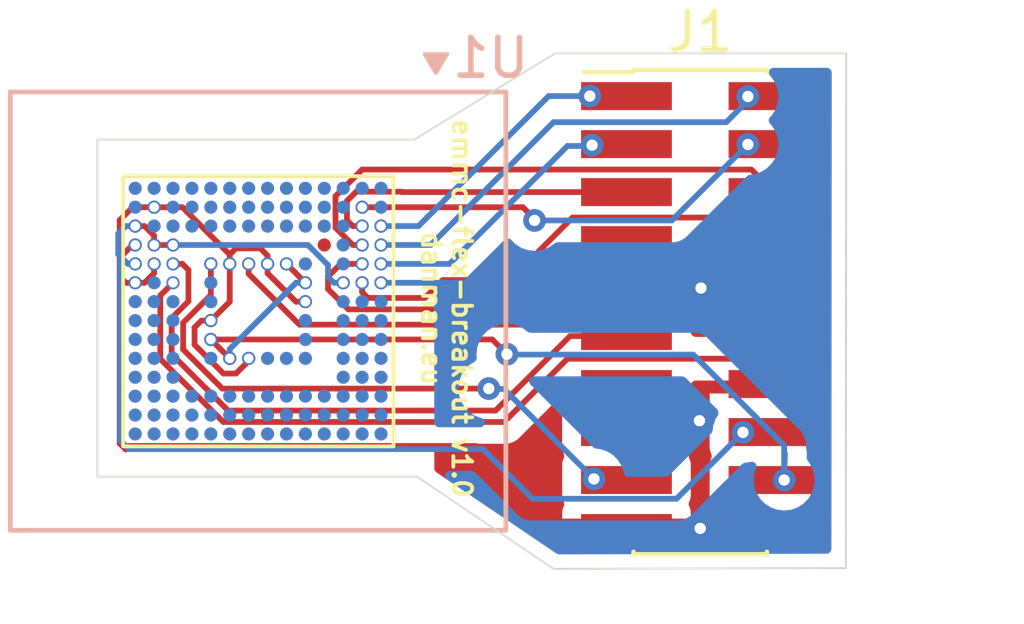
<source format=kicad_pcb>
(kicad_pcb (version 20240108) (generator "pcbnew") (generator_version "8.0")
  (layers (0 "F.Cu" signal) (31 "B.Cu" signal) (34 "B.Paste" user) (35 "F.Paste" user) (36 "B.SilkS" user "B.Silkscreen") (37 "F.SilkS" user "F.Silkscreen") (38 "B.Mask" user) (39 "F.Mask" user) (44 "Edge.Cuts" user))
  (net 0 "")
  (net 1 "/VDDI")
  (net 2 "GND")
  (net 3 "VCCI")
  (net 4 "VCCQ")
  (net 5 "DAT5")
  (net 6 "DAT0")
  (net 7 "DAT2")
  (net 8 "DAT1")
  (net 9 "DAT6")
  (net 10 "DAT3")
  (net 11 "DAT4")
  (net 14 "DAT7")
  (net 15 "DS")
  (net 16 "CLK")
  (net 17 "RST_N")
  (net 18 "CMD")
  (footprint "Connector_PinHeader_1.27mm:PinHeader_2x10_P1.27mm_Vertical_SMD" (layer "F.Cu") (at 163.54 96.555)
    (property "Reference" "J1" (at 0 -7.41 0) (layer "F.SilkS"))
    (property "Value" "Conn_02x10_Odd_Even")
    (fp_line (start -3.09 -6.345) (end -1.765 -6.345) (stroke (width 0.12)) (layer "F.SilkS"))
    (fp_line (start -1.765 -6.41) (end -1.765 -6.345) (stroke (width 0.12)) (layer "F.SilkS"))
    (fp_line (start -1.765 -6.41) (end 1.765 -6.41) (stroke (width 0.12)) (layer "F.SilkS"))
    (fp_line (start -1.765 6.345) (end -1.765 6.41) (stroke (width 0.12)) (layer "F.SilkS"))
    (fp_line (start -1.765 6.41) (end 1.765 6.41) (stroke (width 0.12)) (layer "F.SilkS"))
    (fp_line (start 1.765 -6.41) (end 1.765 -6.345) (stroke (width 0.12)) (layer "F.SilkS"))
    (fp_line (start 1.765 6.345) (end 1.765 6.41) (stroke (width 0.12)) (layer "F.SilkS"))
    (pad "1" smd rect (at -1.95 -5.715) (size 2.4 0.74) (layers "F.Cu" "F.Paste" "F.Mask") (net 6 "DAT0"))
    (pad "2" smd rect (at 1.95 -5.715) (size 2.4 0.74) (layers "F.Cu" "F.Paste" "F.Mask") (net 8 "DAT1"))
    (pad "3" smd rect (at -1.95 -4.445) (size 2.4 0.74) (layers "F.Cu" "F.Paste" "F.Mask") (net 7 "DAT2"))
    (pad "4" smd rect (at 1.95 -4.445) (size 2.4 0.74) (layers "F.Cu" "F.Paste" "F.Mask") (net 10 "DAT3"))
    (pad "5" smd rect (at -1.95 -3.175) (size 2.4 0.74) (layers "F.Cu" "F.Paste" "F.Mask") (net 11 "DAT4"))
    (pad "6" smd rect (at 1.95 -3.175) (size 2.4 0.74) (layers "F.Cu" "F.Paste" "F.Mask") (net 5 "DAT5"))
    (pad "7" smd rect (at -1.95 -1.905) (size 2.4 0.74) (layers "F.Cu" "F.Paste" "F.Mask") (net 9 "DAT6"))
    (pad "8" smd rect (at 1.95 -1.905) (size 2.4 0.74) (layers "F.Cu" "F.Paste" "F.Mask") (net 14 "DAT7"))
    (pad "9" smd rect (at -1.95 -0.635) (size 2.4 0.74) (layers "F.Cu" "F.Paste" "F.Mask") (net 15 "DS"))
    (pad "10" smd rect (at 1.95 -0.635) (size 2.4 0.74) (layers "F.Cu" "F.Paste" "F.Mask") (net 2 "GND"))
    (pad "11" smd rect (at -1.95 0.635) (size 2.4 0.74) (layers "F.Cu" "F.Paste" "F.Mask") (net 18 "CMD"))
    (pad "12" smd rect (at 1.95 0.635) (size 2.4 0.74) (layers "F.Cu" "F.Paste" "F.Mask") (net 16 "CLK"))
    (pad "13" smd rect (at -1.95 1.905) (size 2.4 0.74) (layers "F.Cu" "F.Paste" "F.Mask"))
    (pad "14" smd rect (at 1.95 1.905) (size 2.4 0.74) (layers "F.Cu" "F.Paste" "F.Mask") (net 2 "GND"))
    (pad "15" smd rect (at -1.95 3.175) (size 2.4 0.74) (layers "F.Cu" "F.Paste" "F.Mask"))
    (pad "16" smd rect (at 1.95 3.175) (size 2.4 0.74) (layers "F.Cu" "F.Paste" "F.Mask") (net 4 "VCCQ"))
    (pad "17" smd rect (at -1.95 4.445) (size 2.4 0.74) (layers "F.Cu" "F.Paste" "F.Mask") (net 17 "RST_N"))
    (pad "18" smd rect (at 1.95 4.445) (size 2.4 0.74) (layers "F.Cu" "F.Paste" "F.Mask") (net 3 "VCCI"))
    (pad "19" smd rect (at -1.95 5.715) (size 2.4 0.74) (layers "F.Cu" "F.Paste" "F.Mask") (net 2 "GND"))
    (pad "20" smd rect (at 1.95 5.715) (size 2.4 0.74) (layers "F.Cu" "F.Paste" "F.Mask") (net 2 "GND"))
  )
  (footprint "danman:WFBGA153-flipped" (layer "B.Cu") (at 151.85 96.03 90)
    (property "Reference" "U1" (at 6.2 6.15 0) (layer "B.SilkS") (effects (justify mirror)))
    (property "Value" "THGBMNG5D1LBAIL")
    (fp_line (start 5.3 -6.55) (end 5.3 6.55) (stroke (width 0.127)) (layer "B.SilkS"))
    (fp_line (start -6.3 -6.55) (end 5.3 -6.55) (stroke (width 0.127)) (layer "B.SilkS"))
    (fp_line (start -6.3 -6.55) (end -6.3 6.55) (stroke (width 0.127)) (layer "B.SilkS"))
    (fp_line (start -6.3 6.55) (end 5.3 6.55) (stroke (width 0.127)) (layer "B.SilkS"))
    (fp_poly (pts (xy 5.8 4.7) (xy 6.3 4.4) (xy 6.3 5)) (stroke (width 0.1)) (fill solid) (layer "B.SilkS"))
    (pad "A1" smd circle (at 2.75 3.25 90) (size 0.35 0.35) (layers "B.Cu" "B.Paste" "B.Mask"))
    (pad "A2" smd circle (at 2.25 3.25 90) (size 0.35 0.35) (layers "B.Cu" "B.Paste" "B.Mask"))
    (pad "A3" smd circle (at 1.75 3.25 90) (size 0.35 0.35) (layers "B.Cu" "B.Paste" "B.Mask") (net 6 "DAT0"))
    (pad "A4" smd circle (at 1.25 3.25 90) (size 0.35 0.35) (layers "B.Cu" "B.Paste" "B.Mask") (net 8 "DAT1"))
    (pad "A5" smd circle (at 0.75 3.25 90) (size 0.35 0.35) (layers "B.Cu" "B.Paste" "B.Mask") (net 7 "DAT2"))
    (pad "A6" smd circle (at 0.25 3.25 90) (size 0.35 0.35) (layers "B.Cu" "B.Paste" "B.Mask") (net 2 "GND"))
    (pad "A7" smd circle (at -0.25 3.25 90) (size 0.35 0.35) (layers "B.Cu" "B.Paste" "B.Mask"))
    (pad "A8" smd circle (at -0.75 3.25 90) (size 0.35 0.35) (layers "B.Cu" "B.Paste" "B.Mask"))
    (pad "A9" smd circle (at -1.25 3.25 90) (size 0.35 0.35) (layers "B.Cu" "B.Paste" "B.Mask"))
    (pad "A10" smd circle (at -1.75 3.25 90) (size 0.35 0.35) (layers "B.Cu" "B.Paste" "B.Mask"))
    (pad "A11" smd circle (at -2.25 3.25 90) (size 0.35 0.35) (layers "B.Cu" "B.Paste" "B.Mask"))
    (pad "A12" smd circle (at -2.75 3.25 90) (size 0.35 0.35) (layers "B.Cu" "B.Paste" "B.Mask"))
    (pad "A13" smd circle (at -3.25 3.25 90) (size 0.35 0.35) (layers "B.Cu" "B.Paste" "B.Mask"))
    (pad "A14" smd circle (at -3.75 3.25 90) (size 0.35 0.35) (layers "B.Cu" "B.Paste" "B.Mask"))
    (pad "B1" smd circle (at 2.75 2.75 90) (size 0.35 0.35) (layers "B.Cu" "B.Paste" "B.Mask"))
    (pad "B2" smd circle (at 2.25 2.75 90) (size 0.35 0.35) (layers "B.Cu" "B.Paste" "B.Mask") (net 10 "DAT3"))
    (pad "B3" smd circle (at 1.75 2.75 90) (size 0.35 0.35) (layers "B.Cu" "B.Paste" "B.Mask") (net 11 "DAT4"))
    (pad "B4" smd circle (at 1.25 2.75 90) (size 0.35 0.35) (layers "B.Cu" "B.Paste" "B.Mask") (net 5 "DAT5"))
    (pad "B5" smd circle (at 0.75 2.75 90) (size 0.35 0.35) (layers "B.Cu" "B.Paste" "B.Mask") (net 9 "DAT6"))
    (pad "B6" smd circle (at 0.25 2.75 90) (size 0.35 0.35) (layers "B.Cu" "B.Paste" "B.Mask") (net 14 "DAT7"))
    (pad "B7" smd circle (at -0.25 2.75 90) (size 0.35 0.35) (layers "B.Cu" "B.Paste" "B.Mask"))
    (pad "B8" smd circle (at -0.75 2.75 90) (size 0.35 0.35) (layers "B.Cu" "B.Paste" "B.Mask"))
    (pad "B9" smd circle (at -1.25 2.75 90) (size 0.35 0.35) (layers "B.Cu" "B.Paste" "B.Mask"))
    (pad "B10" smd circle (at -1.75 2.75 90) (size 0.35 0.35) (layers "B.Cu" "B.Paste" "B.Mask"))
    (pad "B11" smd circle (at -2.25 2.75 90) (size 0.35 0.35) (layers "B.Cu" "B.Paste" "B.Mask"))
    (pad "B12" smd circle (at -2.75 2.75 90) (size 0.35 0.35) (layers "B.Cu" "B.Paste" "B.Mask"))
    (pad "B13" smd circle (at -3.25 2.75 90) (size 0.35 0.35) (layers "B.Cu" "B.Paste" "B.Mask"))
    (pad "B14" smd circle (at -3.75 2.75 90) (size 0.35 0.35) (layers "B.Cu" "B.Paste" "B.Mask"))
    (pad "C1" smd circle (at 2.75 2.25 90) (size 0.35 0.35) (layers "B.Cu" "B.Paste"))
    (pad "C2" smd circle (at 2.25 2.25 90) (size 0.35 0.35) (layers "B.Cu" "B.Paste" "B.Mask") (net 1 "/VDDI"))
    (pad "C3" smd circle (at 1.75 2.25 90) (size 0.35 0.35) (layers "B.Cu" "B.Paste" "B.Mask"))
    (pad "C4" smd circle (at 1.25 2.25 90) (size 0.35 0.35) (layers "B.Cu" "B.Paste" "B.Mask") (net 2 "GND"))
    (pad "C5" smd circle (at 0.75 2.25 90) (size 0.35 0.35) (layers "B.Cu" "B.Paste" "B.Mask"))
    (pad "C6" smd circle (at 0.25 2.25 90) (size 0.35 0.35) (layers "B.Cu" "B.Paste" "B.Mask") (net 4 "VCCQ"))
    (pad "C7" smd circle (at -0.25 2.25 90) (size 0.35 0.35) (layers "B.Cu" "B.Paste" "B.Mask"))
    (pad "C8" smd circle (at -0.75 2.25 90) (size 0.35 0.35) (layers "B.Cu" "B.Paste" "B.Mask"))
    (pad "C9" smd circle (at -1.25 2.25 90) (size 0.35 0.35) (layers "B.Cu" "B.Paste" "B.Mask"))
    (pad "C10" smd circle (at -1.75 2.25 90) (size 0.35 0.35) (layers "B.Cu" "B.Paste" "B.Mask"))
    (pad "C11" smd circle (at -2.25 2.25 90) (size 0.35 0.35) (layers "B.Cu" "B.Paste" "B.Mask"))
    (pad "C12" smd circle (at -2.75 2.25 90) (size 0.35 0.35) (layers "B.Cu" "B.Paste" "B.Mask"))
    (pad "C13" smd circle (at -3.25 2.25 90) (size 0.35 0.35) (layers "B.Cu" "B.Paste" "B.Mask"))
    (pad "C14" smd circle (at -3.75 2.25 90) (size 0.35 0.35) (layers "B.Cu" "B.Paste" "B.Mask"))
    (pad "D1" smd circle (at 2.75 1.75 90) (size 0.35 0.35) (layers "B.Cu" "B.Paste" "B.Mask"))
    (pad "D2" smd circle (at 2.25 1.75 90) (size 0.35 0.35) (layers "B.Cu" "B.Paste" "B.Mask"))
    (pad "D3" smd circle (at 1.75 1.75 90) (size 0.35 0.35) (layers "B.Cu" "B.Paste" "B.Mask"))
    (pad "D4" smd circle (at 1.25 1.75 90) (size 0.35 0.35) (layers "F.Cu"))
    (pad "D12" smd circle (at -2.75 1.75 90) (size 0.35 0.35) (layers "B.Cu" "B.Paste" "B.Mask"))
    (pad "D13" smd circle (at -3.25 1.75 90) (size 0.35 0.35) (layers "B.Cu" "B.Paste" "B.Mask"))
    (pad "D14" smd circle (at -3.75 1.75 90) (size 0.35 0.35) (layers "B.Cu" "B.Paste" "B.Mask"))
    (pad "E1" smd circle (at 2.75 1.25 90) (size 0.35 0.35) (layers "B.Cu" "B.Paste" "B.Mask"))
    (pad "E2" smd circle (at 2.25 1.25 90) (size 0.35 0.35) (layers "B.Cu" "B.Paste" "B.Mask"))
    (pad "E3" smd circle (at 1.75 1.25 90) (size 0.35 0.35) (layers "B.Cu" "B.Paste" "B.Mask"))
    (pad "E5" smd circle (at 0.75 1.25 90) (size 0.35 0.35) (layers "B.Cu" "B.Paste" "B.Mask"))
    (pad "E6" smd circle (at 0.25 1.25 90) (size 0.35 0.35) (layers "B.Cu" "B.Paste" "B.Mask") (net 3 "VCCI"))
    (pad "E7" smd circle (at -0.25 1.25 90) (size 0.35 0.35) (layers "B.Cu" "B.Paste" "B.Mask") (net 2 "GND"))
    (pad "E8" smd circle (at -0.75 1.25 90) (size 0.35 0.35) (layers "B.Cu" "B.Paste" "B.Mask"))
    (pad "E9" smd circle (at -1.25 1.25 90) (size 0.35 0.35) (layers "B.Cu" "B.Paste" "B.Mask"))
    (pad "E10" smd circle (at -1.75 1.25 90) (size 0.35 0.35) (layers "B.Cu" "B.Paste" "B.Mask"))
    (pad "E12" smd circle (at -2.75 1.25 90) (size 0.35 0.35) (layers "B.Cu" "B.Paste" "B.Mask"))
    (pad "E13" smd circle (at -3.25 1.25 90) (size 0.35 0.35) (layers "B.Cu" "B.Paste" "B.Mask"))
    (pad "E14" smd circle (at -3.75 1.25 90) (size 0.35 0.35) (layers "B.Cu" "B.Paste" "B.Mask"))
    (pad "F1" smd circle (at 2.75 0.75 90) (size 0.35 0.35) (layers "B.Cu" "B.Paste" "B.Mask"))
    (pad "F2" smd circle (at 2.25 0.75 90) (size 0.35 0.35) (layers "B.Cu" "B.Paste" "B.Mask"))
    (pad "F3" smd circle (at 1.75 0.75 90) (size 0.35 0.35) (layers "B.Cu" "B.Paste" "B.Mask"))
    (pad "F5" smd circle (at 0.75 0.75 90) (size 0.35 0.35) (layers "B.Cu" "B.Paste" "B.Mask") (net 3 "VCCI"))
    (pad "F10" smd circle (at -1.75 0.75 90) (size 0.35 0.35) (layers "B.Cu" "B.Paste" "B.Mask"))
    (pad "F12" smd circle (at -2.75 0.75 90) (size 0.35 0.35) (layers "B.Cu" "B.Paste" "B.Mask"))
    (pad "F13" smd circle (at -3.25 0.75 90) (size 0.35 0.35) (layers "B.Cu" "B.Paste" "B.Mask"))
    (pad "F14" smd circle (at -3.75 0.75 90) (size 0.35 0.35) (layers "B.Cu" "B.Paste" "B.Mask"))
    (pad "G1" smd circle (at 2.75 0.25 90) (size 0.35 0.35) (layers "B.Cu" "B.Paste" "B.Mask"))
    (pad "G2" smd circle (at 2.25 0.25 90) (size 0.35 0.35) (layers "B.Cu" "B.Paste" "B.Mask"))
    (pad "G3" smd circle (at 1.75 0.25 90) (size 0.35 0.35) (layers "B.Cu" "B.Paste" "B.Mask"))
    (pad "G5" smd circle (at 0.75 0.25 90) (size 0.35 0.35) (layers "B.Cu" "B.Paste" "B.Mask") (net 2 "GND"))
    (pad "G10" smd circle (at -1.75 0.25 90) (size 0.35 0.35) (layers "B.Cu" "B.Paste" "B.Mask"))
    (pad "G12" smd circle (at -2.75 0.25 90) (size 0.35 0.35) (layers "B.Cu" "B.Paste" "B.Mask"))
    (pad "G13" smd circle (at -3.25 0.25 90) (size 0.35 0.35) (layers "B.Cu" "B.Paste" "B.Mask"))
    (pad "G14" smd circle (at -3.75 0.25 90) (size 0.35 0.35) (layers "B.Cu" "B.Paste" "B.Mask"))
    (pad "H1" smd circle (at 2.75 -0.25 90) (size 0.35 0.35) (layers "B.Cu" "B.Paste" "B.Mask"))
    (pad "H2" smd circle (at 2.25 -0.25 90) (size 0.35 0.35) (layers "B.Cu" "B.Paste" "B.Mask"))
    (pad "H3" smd circle (at 1.75 -0.25 90) (size 0.35 0.35) (layers "B.Cu" "B.Paste" "B.Mask"))
    (pad "H5" smd circle (at 0.75 -0.25 90) (size 0.35 0.35) (layers "B.Cu" "B.Paste" "B.Mask") (net 15 "DS"))
    (pad "H10" smd circle (at -1.75 -0.25 90) (size 0.35 0.35) (layers "B.Cu" "B.Paste" "B.Mask") (net 2 "GND"))
    (pad "H12" smd circle (at -2.75 -0.25 90) (size 0.35 0.35) (layers "B.Cu" "B.Paste" "B.Mask"))
    (pad "H13" smd circle (at -3.25 -0.25 90) (size 0.35 0.35) (layers "B.Cu" "B.Paste" "B.Mask"))
    (pad "H14" smd circle (at -3.75 -0.25 90) (size 0.35 0.35) (layers "B.Cu" "B.Paste" "B.Mask"))
    (pad "J1" smd circle (at 2.75 -0.75 90) (size 0.35 0.35) (layers "B.Cu" "B.Paste" "B.Mask"))
    (pad "J2" smd circle (at 2.25 -0.75 90) (size 0.35 0.35) (layers "B.Cu" "B.Paste" "B.Mask"))
    (pad "J3" smd circle (at 1.75 -0.75 90) (size 0.35 0.35) (layers "B.Cu" "B.Paste" "B.Mask"))
    (pad "J5" smd circle (at 0.75 -0.75 90) (size 0.35 0.35) (layers "B.Cu" "B.Paste" "B.Mask") (net 2 "GND"))
    (pad "J10" smd circle (at -1.75 -0.75 90) (size 0.35 0.35) (layers "B.Cu" "B.Paste" "B.Mask") (net 3 "VCCI"))
    (pad "J12" smd circle (at -2.75 -0.75 90) (size 0.35 0.35) (layers "B.Cu" "B.Paste" "B.Mask"))
    (pad "J13" smd circle (at -3.25 -0.75 90) (size 0.35 0.35) (layers "B.Cu" "B.Paste" "B.Mask"))
    (pad "J14" smd circle (at -3.75 -0.75 90) (size 0.35 0.35) (layers "B.Cu" "B.Paste" "B.Mask"))
    (pad "K1" smd circle (at 2.75 -1.25 90) (size 0.35 0.35) (layers "B.Cu" "B.Paste" "B.Mask"))
    (pad "K2" smd circle (at 2.25 -1.25 90) (size 0.35 0.35) (layers "B.Cu" "B.Paste" "B.Mask"))
    (pad "K3" smd circle (at 1.75 -1.25 90) (size 0.35 0.35) (layers "B.Cu" "B.Paste" "B.Mask"))
    (pad "K5" smd circle (at 0.75 -1.25 90) (size 0.35 0.35) (layers "B.Cu" "B.Paste" "B.Mask") (net 17 "RST_N"))
    (pad "K6" smd circle (at 0.25 -1.25 90) (size 0.35 0.35) (layers "B.Cu" "B.Paste" "B.Mask"))
    (pad "K7" smd circle (at -0.25 -1.25 90) (size 0.35 0.35) (layers "B.Cu" "B.Paste" "B.Mask"))
    (pad "K8" smd circle (at -0.75 -1.25 90) (size 0.35 0.35) (layers "B.Cu" "B.Paste" "B.Mask") (net 2 "GND"))
    (pad "K9" smd circle (at -1.25 -1.25 90) (size 0.35 0.35) (layers "B.Cu" "B.Paste" "B.Mask") (net 3 "VCCI"))
    (pad "K10" smd circle (at -1.75 -1.25 90) (size 0.35 0.35) (layers "B.Cu" "B.Paste" "B.Mask"))
    (pad "K12" smd circle (at -2.75 -1.25 90) (size 0.35 0.35) (layers "B.Cu" "B.Paste" "B.Mask"))
    (pad "K13" smd circle (at -3.25 -1.25 90) (size 0.35 0.35) (layers "B.Cu" "B.Paste" "B.Mask"))
    (pad "K14" smd circle (at -3.75 -1.25 90) (size 0.35 0.35) (layers "B.Cu" "B.Paste" "B.Mask"))
    (pad "L1" smd circle (at 2.75 -1.75 90) (size 0.35 0.35) (layers "B.Cu" "B.Paste" "B.Mask"))
    (pad "L2" smd circle (at 2.25 -1.75 90) (size 0.35 0.35) (layers "B.Cu" "B.Paste" "B.Mask"))
    (pad "L3" smd circle (at 1.75 -1.75 90) (size 0.35 0.35) (layers "B.Cu" "B.Paste" "B.Mask"))
    (pad "L12" smd circle (at -2.75 -1.75 90) (size 0.35 0.35) (layers "B.Cu" "B.Paste" "B.Mask"))
    (pad "L13" smd circle (at -3.25 -1.75 90) (size 0.35 0.35) (layers "B.Cu" "B.Paste" "B.Mask"))
    (pad "L14" smd circle (at -3.75 -1.75 90) (size 0.35 0.35) (layers "B.Cu" "B.Paste" "B.Mask"))
    (pad "M1" smd circle (at 2.75 -2.25 90) (size 0.35 0.35) (layers "B.Cu" "B.Paste" "B.Mask"))
    (pad "M2" smd circle (at 2.25 -2.25 90) (size 0.35 0.35) (layers "B.Cu" "B.Paste" "B.Mask"))
    (pad "M3" smd circle (at 1.75 -2.25 90) (size 0.35 0.35) (layers "B.Cu" "B.Paste" "B.Mask"))
    (pad "M4" smd circle (at 1.25 -2.25 90) (size 0.35 0.35) (layers "B.Cu" "B.Paste" "B.Mask") (net 4 "VCCQ"))
    (pad "M5" smd circle (at 0.75 -2.25 90) (size 0.35 0.35) (layers "B.Cu" "B.Paste" "B.Mask") (net 18 "CMD"))
    (pad "M6" smd circle (at 0.25 -2.25 90) (size 0.35 0.35) (layers "B.Cu" "B.Paste" "B.Mask") (net 16 "CLK"))
    (pad "M7" smd circle (at -0.25 -2.25 90) (size 0.35 0.35) (layers "B.Cu" "B.Paste" "B.Mask"))
    (pad "M8" smd circle (at -0.75 -2.25 90) (size 0.35 0.35) (layers "B.Cu" "B.Paste" "B.Mask"))
    (pad "M9" smd circle (at -1.25 -2.25 90) (size 0.35 0.35) (layers "B.Cu" "B.Paste" "B.Mask"))
    (pad "M10" smd circle (at -1.75 -2.25 90) (size 0.35 0.35) (layers "B.Cu" "B.Paste" "B.Mask"))
    (pad "M11" smd circle (at -2.25 -2.25 90) (size 0.35 0.35) (layers "B.Cu" "B.Paste" "B.Mask"))
    (pad "M12" smd circle (at -2.75 -2.25 90) (size 0.35 0.35) (layers "B.Cu" "B.Paste" "B.Mask"))
    (pad "M13" smd circle (at -3.25 -2.25 90) (size 0.35 0.35) (layers "B.Cu" "B.Paste" "B.Mask"))
    (pad "M14" smd circle (at -3.75 -2.25 90) (size 0.35 0.35) (layers "B.Cu" "B.Paste" "B.Mask"))
    (pad "N1" smd circle (at 2.75 -2.75 90) (size 0.35 0.35) (layers "B.Cu" "B.Paste" "B.Mask"))
    (pad "N2" smd circle (at 2.25 -2.75 90) (size 0.35 0.35) (layers "B.Cu" "B.Paste" "B.Mask") (net 2 "GND"))
    (pad "N3" smd circle (at 1.75 -2.75 90) (size 0.35 0.35) (layers "B.Cu" "B.Paste" "B.Mask"))
    (pad "N4" smd circle (at 1.25 -2.75 90) (size 0.35 0.35) (layers "B.Cu" "B.Paste" "B.Mask") (net 4 "VCCQ"))
    (pad "N5" smd circle (at 0.75 -2.75 90) (size 0.35 0.35) (layers "B.Cu" "B.Paste" "B.Mask") (net 2 "GND"))
    (pad "N6" smd circle (at 0.25 -2.75 90) (size 0.35 0.35) (layers "B.Cu" "B.Paste" "B.Mask"))
    (pad "N7" smd circle (at -0.25 -2.75 90) (size 0.35 0.35) (layers "B.Cu" "B.Paste" "B.Mask"))
    (pad "N8" smd circle (at -0.75 -2.75 90) (size 0.35 0.35) (layers "B.Cu" "B.Paste" "B.Mask"))
    (pad "N9" smd circle (at -1.25 -2.75 90) (size 0.35 0.35) (layers "B.Cu" "B.Paste" "B.Mask"))
    (pad "N10" smd circle (at -1.75 -2.75 90) (size 0.35 0.35) (layers "B.Cu" "B.Paste" "B.Mask"))
    (pad "N11" smd circle (at -2.25 -2.75 90) (size 0.35 0.35) (layers "B.Cu" "B.Paste" "B.Mask"))
    (pad "N12" smd circle (at -2.75 -2.75 90) (size 0.35 0.35) (layers "B.Cu" "B.Paste" "B.Mask"))
    (pad "N13" smd circle (at -3.25 -2.75 90) (size 0.35 0.35) (layers "B.Cu" "B.Paste" "B.Mask"))
    (pad "N14" smd circle (at -3.75 -2.75 90) (size 0.35 0.35) (layers "B.Cu" "B.Paste" "B.Mask"))
    (pad "P1" smd circle (at 2.75 -3.25 90) (size 0.35 0.35) (layers "B.Cu" "B.Paste" "B.Mask"))
    (pad "P2" smd circle (at 2.25 -3.25 90) (size 0.35 0.35) (layers "B.Cu" "B.Paste" "B.Mask"))
    (pad "P3" smd circle (at 1.75 -3.25 90) (size 0.35 0.35) (layers "B.Cu" "B.Paste" "B.Mask") (net 4 "VCCQ"))
    (pad "P4" smd circle (at 1.25 -3.25 90) (size 0.35 0.35) (layers "B.Cu" "B.Paste" "B.Mask") (net 2 "GND"))
    (pad "P5" smd circle (at 0.75 -3.25 90) (size 0.35 0.35) (layers "B.Cu" "B.Paste" "B.Mask") (net 4 "VCCQ"))
    (pad "P6" smd circle (at 0.25 -3.25 90) (size 0.35 0.35) (layers "B.Cu" "B.Paste" "B.Mask") (net 2 "GND"))
    (pad "P7" smd circle (at -0.25 -3.25 90) (size 0.35 0.35) (layers "B.Cu" "B.Paste" "B.Mask"))
    (pad "P8" smd circle (at -0.75 -3.25 90) (size 0.35 0.35) (layers "B.Cu" "B.Paste" "B.Mask"))
    (pad "P9" smd circle (at -1.25 -3.25 90) (size 0.35 0.35) (layers "B.Cu" "B.Paste" "B.Mask"))
    (pad "P10" smd circle (at -1.75 -3.25 90) (size 0.35 0.35) (layers "B.Cu" "B.Paste" "B.Mask"))
    (pad "P11" smd circle (at -2.25 -3.25 90) (size 0.35 0.35) (layers "B.Cu" "B.Paste" "B.Mask"))
    (pad "P12" smd circle (at -2.75 -3.25 90) (size 0.35 0.35) (layers "B.Cu" "B.Paste" "B.Mask"))
    (pad "P13" smd circle (at -3.25 -3.25 90) (size 0.35 0.35) (layers "B.Cu" "B.Paste" "B.Mask"))
    (pad "P14" smd circle (at -3.75 -3.25 90) (size 0.35 0.35) (layers "B.Cu" "B.Paste" "B.Mask"))
  )
  (gr_rect (start 148.28 92.96) (end 155.43 100.11) (stroke (width 0.1)) (fill none) (layer "F.SilkS"))
  (gr_poly (pts (xy 147.6 91.99) (xy 155.98 91.99) (xy 159.7 89.71) (xy 167.4 89.71) (xy 167.39 103.33) (xy 159.66 103.35) (xy 156.05 100.91) (xy 147.6 100.91)) (stroke (width 0.05)) (fill none) (layer "Edge.Cuts"))
  (gr_text "emmc-flex-breakout v1.0\ndanman.eu" (at 156.14 96.46 270) (layer "F.SilkS") (effects (font (size 0.5 0.5) (thickness 0.1) (bold yes)) (justify bottom)))
  (segment (start 148.19 95.12) (end 148.53 94.78) (width 0.1524) (layer "F.Cu") (net 2))
  (segment (start 151.91 94.87) (end 152.1 95.06) (width 0.1524) (layer "F.Cu") (net 2))
  (segment (start 149.1 93.78) (end 148.532617 93.78) (width 0.1524) (layer "F.Cu") (net 2))
  (segment (start 148.352513 95.78) (end 148.19 95.617487) (width 0.1524) (layer "F.Cu") (net 2))
  (segment (start 148.53 94.78) (end 148.6 94.78) (width 0.1524) (layer "F.Cu") (net 2))
  (segment (start 151.1 95.032513) (end 151.1 95.28) (width 0.1524) (layer "F.Cu") (net 2))
  (segment (start 150.352513 96.78) (end 150.17 96.962513) (width 0.1524) (layer "F.Cu") (net 2))
  (segment (start 148.6 95.78) (end 148.352513 95.78) (width 0.1524) (layer "F.Cu") (net 2))
  (segment (start 149.1 93.78) (end 149.847487 93.78) (width 0.1524) (layer "F.Cu") (net 2))
  (segment (start 148.19 95.617487) (end 148.19 95.12) (width 0.1524) (layer "F.Cu") (net 2))
  (segment (start 148.35 100.19) (end 148.44 100.1) (width 0.1524) (layer "F.Cu") (net 2))
  (segment (start 148.6 95.78) (end 148.847487 95.78) (width 0.1524) (layer "F.Cu") (net 2))
  (segment (start 157.61 100.1) (end 159.96 102.45) (width 0.1524) (layer "F.Cu") (net 2))
  (segment (start 148.44 100.1) (end 157.61 100.1) (width 0.1524) (layer "F.Cu") (net 2))
  (segment (start 151.6 97.847383) (end 151.6 97.78) (width 0.1524) (layer "F.Cu") (net 2))
  (segment (start 159.96 102.45) (end 160.14 102.27) (width 0.1524) (layer "F.Cu") (net 2))
  (segment (start 151.1 95.032513) (end 151.262513 94.87) (width 0.1524) (layer "F.Cu") (net 2))
  (segment (start 150.17 97.42) (end 150.9312 98.1812) (width 0.1524) (layer "F.Cu") (net 2))
  (segment (start 148.847487 95.78) (end 149.1 95.527487) (width 0.1524) (layer "F.Cu") (net 2))
  (segment (start 151.266183 98.1812) (end 151.6 97.847383) (width 0.1524) (layer "F.Cu") (net 2))
  (segment (start 150.17 96.962513) (end 150.17 97.42) (width 0.1524) (layer "F.Cu") (net 2))
  (segment (start 149.847487 93.78) (end 151.1 95.032513) (width 0.1524) (layer "F.Cu") (net 2))
  (segment (start 151.1 96.28) (end 151.1 95.28) (width 0.1524) (layer "F.Cu") (net 2))
  (segment (start 149.1 95.527487) (end 149.1 95.28) (width 0.1524) (layer "F.Cu") (net 2))
  (segment (start 160.14 102.27) (end 161.59 102.27) (width 0.1524) (layer "F.Cu") (net 2))
  (segment (start 148.19 95.617487) (end 148.19 100.03) (width 0.1524) (layer "F.Cu") (net 2))
  (segment (start 151.262513 94.87) (end 151.91 94.87) (width 0.1524) (layer "F.Cu") (net 2))
  (segment (start 148.19 100.03) (end 148.35 100.19) (width 0.1524) (layer "F.Cu") (net 2))
  (segment (start 150.6 96.78) (end 151.1 96.28) (width 0.1524) (layer "F.Cu") (net 2))
  (segment (start 152.852513 96.28) (end 153.1 96.28) (width 0.1524) (layer "F.Cu") (net 2))
  (segment (start 150.6 96.78) (end 150.352513 96.78) (width 0.1524) (layer "F.Cu") (net 2))
  (segment (start 152.1 95.527487) (end 152.852513 96.28) (width 0.1524) (layer "F.Cu") (net 2))
  (segment (start 152.1 95.28) (end 152.1 95.527487) (width 0.1524) (layer "F.Cu") (net 2))
  (segment (start 148.19 94.122617) (end 148.19 95.12) (width 0.1524) (layer "F.Cu") (net 2))
  (segment (start 148.532617 93.78) (end 148.19 94.122617) (width 0.1524) (layer "F.Cu") (net 2))
  (segment (start 152.1 95.06) (end 152.1 95.28) (width 0.1524) (layer "F.Cu") (net 2))
  (segment (start 150.9312 98.1812) (end 151.266183 98.1812) (width 0.1524) (layer "F.Cu") (net 2))
  (via (at 163.56 95.92) (size 0.6) (drill 0.3) (layers "F.Cu" "B.Cu") (net 2))
  (via (at 155.1 95.78) (size 0.35) (drill 0.254) (layers "F.Cu" "B.Cu") (net 2))
  (via (at 152.1 95.28) (size 0.35) (drill 0.254) (layers "F.Cu" "B.Cu") (net 2))
  (via (at 151.1 95.28) (size 0.35) (drill 0.254) (layers "F.Cu" "B.Cu") (net 2))
  (via (at 163.52 99.43) (size 0.6) (drill 0.3) (layers "F.Cu" "B.Cu") (net 2))
  (via (at 163.54 102.28) (size 0.6) (drill 0.3) (layers "F.Cu" "B.Cu") (net 2))
  (via (at 148.6 94.78) (size 0.35) (drill 0.254) (layers "F.Cu" "B.Cu") (net 2))
  (via (at 149.1 95.28) (size 0.35) (drill 0.254) (layers "F.Cu" "B.Cu") (net 2))
  (via (at 151.6 97.78) (size 0.35) (drill 0.254) (layers "F.Cu" "B.Cu") (net 2))
  (via (at 148.6 95.78) (size 0.35) (drill 0.254) (layers "F.Cu" "B.Cu") (net 2))
  (via (at 149.1 93.78) (size 0.35) (drill 0.254) (layers "F.Cu" "B.Cu") (net 2))
  (via (at 150.6 96.78) (size 0.35) (drill 0.254) (layers "F.Cu" "B.Cu") (net 2))
  (via (at 153.1 96.28) (size 0.35) (drill 0.254) (layers "F.Cu" "B.Cu") (net 2))
  (segment (start 163.17 96.9) (end 163.54 96.53) (width 0.1524) (layer "B.Cu") (net 2))
  (segment (start 148.6 94.78) (end 148.532617 94.78) (width 0.1524) (layer "B.Cu") (net 2))
  (segment (start 155.1 95.78) (end 163.42 95.78) (width 0.1524) (layer "B.Cu") (net 2))
  (segment (start 163.42 95.78) (end 163.56 95.92) (width 0.1524) (layer "B.Cu") (net 2))
  (segment (start 158.04 97.28) (end 158.43 97.67) (width 0.1524) (layer "F.Cu") (net 3))
  (segment (start 150.6 97.28) (end 158.04 97.28) (width 0.1524) (layer "F.Cu") (net 3))
  (segment (start 150.6 97.28) (end 151.1 97.78) (width 0.1524) (layer "F.Cu") (net 3))
  (segment (start 152.6 95.28) (end 153.1 95.78) (width 0.1524) (layer "F.Cu") (net 3))
  (via (at 158.43 97.67) (size 0.6) (drill 0.3) (layers "F.Cu" "B.Cu") (net 3))
  (via (at 153.1 95.78) (size 0.35) (drill 0.254) (layers "F.Cu" "B.Cu") (net 3))
  (via (at 151.1 97.78) (size 0.35) (drill 0.254) (layers "F.Cu" "B.Cu") (net 3))
  (via (at 165.76 101) (size 0.6) (drill 0.3) (layers "F.Cu" "B.Cu") (net 3))
  (via (at 150.6 97.28) (size 0.35) (drill 0.254) (layers "F.Cu" "B.Cu") (net 3))
  (via (at 152.6 95.28) (size 0.35) (drill 0.254) (layers "F.Cu" "B.Cu") (net 3))
  (segment (start 158.43 97.67) (end 158.44 97.68) (width 0.1524) (layer "B.Cu") (net 3))
  (segment (start 165.77 101.03) (end 165.78 101.04) (width 0.1524) (layer "B.Cu") (net 3))
  (segment (start 165.76 100.08584) (end 165.76 101) (width 0.1524) (layer "B.Cu") (net 3))
  (segment (start 165.76 101) (end 165.77 101.03) (width 0.1524) (layer "B.Cu") (net 3))
  (segment (start 152.852513 95.78) (end 151.1 97.532513) (width 0.1524) (layer "B.Cu") (net 3))
  (segment (start 158.42 97.68) (end 158.43 97.67) (width 0.1524) (layer "B.Cu") (net 3))
  (segment (start 151.1 97.532513) (end 151.1 97.78) (width 0.1524) (layer "B.Cu") (net 3))
  (segment (start 163.35416 97.68) (end 165.76 100.08584) (width 0.1524) (layer "B.Cu") (net 3))
  (segment (start 153.1 95.78) (end 152.852513 95.78) (width 0.1524) (layer "B.Cu") (net 3))
  (segment (start 165.78 100.302617) (end 165.76 101) (width 0.1524) (layer "B.Cu") (net 3))
  (segment (start 158.44 97.68) (end 163.35416 97.68) (width 0.1524) (layer "B.Cu") (net 3))
  (segment (start 148.6 94.28) (end 148.847487 94.28) (width 0.1524) (layer "F.Cu") (net 4))
  (segment (start 149.6 94.78) (end 149.1 94.78) (width 0.1524) (layer "F.Cu") (net 4))
  (segment (start 148.847487 94.28) (end 149.1 94.532513) (width 0.1524) (layer "F.Cu") (net 4))
  (segment (start 149.1 94.532513) (end 149.1 94.78) (width 0.1524) (layer "F.Cu") (net 4))
  (via (at 154.1 95.78) (size 0.35) (drill 0.254) (layers "F.Cu" "B.Cu") (net 4))
  (via (at 164.67 99.74) (size 0.6) (drill 0.3) (layers "F.Cu" "B.Cu") (net 4))
  (via (at 148.6 95.28) (size 0.35) (drill 0.254) (layers "F.Cu" "B.Cu") (net 4))
  (via (at 149.6 94.78) (size 0.35) (drill 0.254) (layers "F.Cu" "B.Cu") (net 4))
  (via (at 149.1 94.78) (size 0.35) (drill 0.254) (layers "F.Cu" "B.Cu") (net 4))
  (via (at 148.6 94.28) (size 0.35) (drill 0.254) (layers "F.Cu" "B.Cu") (net 4))
  (segment (start 157.793783 100.1812) (end 159.108783 101.4962) (width 0.1524) (layer "B.Cu") (net 4))
  (segment (start 153.852513 95.78) (end 154.1 95.78) (width 0.1524) (layer "B.Cu") (net 4))
  (segment (start 164.66 99.72) (end 164.67 99.71) (width 0.1524) (layer "B.Cu") (net 4))
  (segment (start 162.9138 101.4962) (end 164.67 99.74) (width 0.1524) (layer "B.Cu") (net 4))
  (segment (start 159.108783 101.4962) (end 162.9138 101.4962) (width 0.1524) (layer "B.Cu") (net 4))
  (segment (start 148.433817 100.1812) (end 157.793783 100.1812) (width 0.1524) (layer "B.Cu") (net 4))
  (segment (start 153.167383 94.78) (end 153.6988 95.311417) (width 0.1524) (layer "B.Cu") (net 4))
  (segment (start 148.352513 94.28) (end 148.15 94.482513) (width 0.1524) (layer "B.Cu") (net 4))
  (segment (start 164.63 99.72) (end 164.66 99.72) (width 0.1524) (layer "B.Cu") (net 4))
  (segment (start 164.64 99.74) (end 164.65 99.73) (width 0.1524) (layer "B.Cu") (net 4))
  (segment (start 164.63 99.75) (end 164.63 99.72) (width 0.1524) (layer "B.Cu") (net 4))
  (segment (start 164.67 99.74) (end 164.64 99.74) (width 0.1524) (layer "B.Cu") (net 4))
  (segment (start 148.1988 99.946183) (end 148.433817 100.1812) (width 0.1524) (layer "B.Cu") (net 4))
  (segment (start 149.6 94.78) (end 153.167383 94.78) (width 0.1524) (layer "B.Cu") (net 4))
  (segment (start 164.67 99.71) (end 164.67 99.74) (width 0.1524) (layer "B.Cu") (net 4))
  (segment (start 148.15 95.02) (end 148.41 95.28) (width 0.1524) (layer "B.Cu") (net 4))
  (segment (start 148.6 94.28) (end 148.352513 94.28) (width 0.1524) (layer "B.Cu") (net 4))
  (segment (start 153.6988 95.311417) (end 153.6988 95.626287) (width 0.1524) (layer "B.Cu") (net 4))
  (segment (start 153.6988 95.626287) (end 153.852513 95.78) (width 0.1524) (layer "B.Cu") (net 4))
  (segment (start 148.15 95.02) (end 148.1988 95.0688) (width 0.1524) (layer "B.Cu") (net 4))
  (segment (start 148.15 94.482513) (end 148.15 95.02) (width 0.1524) (layer "B.Cu") (net 4))
  (segment (start 148.1988 95.0688) (end 148.1988 99.946183) (width 0.1524) (layer "B.Cu") (net 4))
  (segment (start 148.41 95.28) (end 148.6 95.28) (width 0.1524) (layer "B.Cu") (net 4))
  (segment (start 164.8938 92.7838) (end 165.49 93.38) (width 0.1524) (layer "F.Cu") (net 5))
  (segment (start 154.601159 92.7838) (end 164.8938 92.7838) (width 0.1524) (layer "F.Cu") (net 5))
  (segment (start 153.8964 94.323887) (end 153.8964 93.488559) (width 0.1524) (layer "F.Cu") (net 5))
  (segment (start 154.352513 94.78) (end 153.8964 94.323887) (width 0.1524) (layer "F.Cu") (net 5))
  (segment (start 154.6 94.78) (end 154.352513 94.78) (width 0.1524) (layer "F.Cu") (net 5))
  (segment (start 153.8964 93.488559) (end 154.601159 92.7838) (width 0.1524) (layer "F.Cu") (net 5))
  (via (at 154.6 94.78) (size 0.35) (drill 0.254) (layers "F.Cu" "B.Cu") (net 5))
  (via (at 155.1 94.28) (size 0.35) (drill 0.254) (layers "F.Cu" "B.Cu") (net 6))
  (via (at 160.62 90.84) (size 0.6) (drill 0.3) (layers "F.Cu" "B.Cu") (net 6))
  (segment (start 160.7 90.84) (end 160.71 90.84) (width 0.1524) (layer "B.Cu") (net 6))
  (segment (start 155.1 94.28) (end 156.09 94.28) (width 0.1524) (layer "B.Cu") (net 6))
  (segment (start 160.71 90.84) (end 160.72 90.85) (width 0.1524) (layer "B.Cu") (net 6))
  (segment (start 156.09 94.28) (end 159.53 90.84) (width 0.1524) (layer "B.Cu") (net 6))
  (segment (start 160.69 90.83) (end 160.7 90.84) (width 0.1524) (layer "B.Cu") (net 6))
  (segment (start 159.53 90.84) (end 160.62 90.84) (width 0.1524) (layer "B.Cu") (net 6))
  (segment (start 160.68 90.84) (end 160.69 90.83) (width 0.1524) (layer "B.Cu") (net 6))
  (segment (start 160.62 90.84) (end 160.68 90.84) (width 0.1524) (layer "B.Cu") (net 6))
  (segment (start 160.8376 92.11) (end 161.59 92.11) (width 0.1524) (layer "F.Cu") (net 7))
  (via (at 155.1 95.28) (size 0.35) (drill 0.254) (layers "F.Cu" "B.Cu") (net 7))
  (via (at 160.68 92.14) (size 0.6) (drill 0.3) (layers "F.Cu" "B.Cu") (net 7))
  (segment (start 160.68 92.14) (end 160.7 92.16) (width 0.1524) (layer "B.Cu") (net 7))
  (segment (start 160.78 92.17) (end 160.78 92.15) (width 0.1524) (layer "B.Cu") (net 7))
  (segment (start 160.76 92.17) (end 160.78 92.17) (width 0.1524) (layer "B.Cu") (net 7))
  (segment (start 160.78 92.15) (end 160.78 92.15) (width 0.1524) (layer "B.Cu") (net 7))
  (segment (start 160.7 92.16) (end 160.77 92.16) (width 0.1524) (layer "B.Cu") (net 7))
  (segment (start 160.77 92.16) (end 160.76 92.17) (width 0.1524) (layer "B.Cu") (net 7))
  (segment (start 160.03 92.16) (end 160.66 92.16) (width 0.1524) (layer "B.Cu") (net 7))
  (segment (start 160.66 92.16) (end 160.68 92.14) (width 0.1524) (layer "B.Cu") (net 7))
  (segment (start 155.1 95.28) (end 156.91 95.28) (width 0.1524) (layer "B.Cu") (net 7))
  (segment (start 156.91 95.28) (end 160.03 92.16) (width 0.1524) (layer "B.Cu") (net 7))
  (via (at 164.8 90.85) (size 0.6) (drill 0.3) (layers "F.Cu" "B.Cu") (net 8))
  (via (at 155.1 94.78) (size 0.35) (drill 0.254) (layers "F.Cu" "B.Cu") (net 8))
  (segment (start 164.23 91.53) (end 164.8 90.96) (width 0.1524) (layer "B.Cu") (net 8))
  (segment (start 159.66 91.53) (end 164.23 91.53) (width 0.1524) (layer "B.Cu") (net 8))
  (segment (start 164.91 90.85) (end 164.87 90.89) (width 0.1524) (layer "B.Cu") (net 8))
  (segment (start 156.41 94.78) (end 159.66 91.53) (width 0.1524) (layer "B.Cu") (net 8))
  (segment (start 164.8 90.96) (end 164.8 90.85) (width 0.1524) (layer "B.Cu") (net 8))
  (segment (start 155.1 94.78) (end 156.41 94.78) (width 0.1524) (layer "B.Cu") (net 8))
  (segment (start 164.8 90.85) (end 164.91 90.85) (width 0.1524) (layer "B.Cu") (net 8))
  (segment (start 164.87 90.89) (end 164.86 90.9) (width 0.1524) (layer "B.Cu") (net 8))
  (segment (start 153.6988 95.613817) (end 153.6988 95.946183) (width 0.1524) (layer "F.Cu") (net 9))
  (segment (start 158.9264 96.4836) (end 160.76 94.65) (width 0.1524) (layer "F.Cu") (net 9))
  (segment (start 154.6 95.28) (end 154.032617 95.28) (width 0.1524) (layer "F.Cu") (net 9))
  (segment (start 154.236217 96.4836) (end 158.9264 96.4836) (width 0.1524) (layer "F.Cu") (net 9))
  (segment (start 154.032617 95.28) (end 153.6988 95.613817) (width 0.1524) (layer "F.Cu") (net 9))
  (segment (start 160.76 94.65) (end 161.59 94.65) (width 0.1524) (layer "F.Cu") (net 9))
  (segment (start 153.6988 95.946183) (end 154.236217 96.4836) (width 0.1524) (layer "F.Cu") (net 9))
  (via (at 154.6 95.28) (size 0.35) (drill 0.254) (layers "F.Cu" "B.Cu") (net 9))
  (segment (start 159.16 94.13) (end 159.08 94.01) (width 0.1524) (layer "F.Cu") (net 10))
  (segment (start 154.6 93.78) (end 158.85 93.78) (width 0.1524) (layer "F.Cu") (net 10))
  (segment (start 159.1 94.03) (end 159.16 94.13) (width 0.1524) (layer "F.Cu") (net 10))
  (segment (start 158.85 93.78) (end 159.1 94.03) (width 0.1524) (layer "F.Cu") (net 10))
  (via (at 164.8 92.12) (size 0.6) (drill 0.3) (layers "F.Cu" "B.Cu") (net 10))
  (via (at 154.6 93.78) (size 0.35) (drill 0.254) (layers "F.Cu" "B.Cu") (net 10))
  (via (at 159.16 94.13) (size 0.6) (drill 0.3) (layers "F.Cu" "B.Cu") (net 10))
  (segment (start 162.79 94.13) (end 164.8 92.12) (width 0.1524) (layer "B.Cu") (net 10))
  (segment (start 159.16 94.13) (end 162.79 94.13) (width 0.1524) (layer "B.Cu") (net 10))
  (segment (start 154.1988 93.613817) (end 154.442617 93.37) (width 0.1524) (layer "F.Cu") (net 11))
  (segment (start 154.6 94.28) (end 154.352513 94.28) (width 0.1524) (layer "F.Cu") (net 11))
  (segment (start 155.65 93.38) (end 161.59 93.38) (width 0.1524) (layer "F.Cu") (net 11))
  (segment (start 154.352513 94.28) (end 154.1988 94.126287) (width 0.1524) (layer "F.Cu") (net 11))
  (segment (start 154.1988 94.126287) (end 154.1988 93.613817) (width 0.1524) (layer "F.Cu") (net 11))
  (segment (start 155.64 93.37) (end 155.65 93.38) (width 0.1524) (layer "F.Cu") (net 11))
  (segment (start 154.442617 93.37) (end 155.64 93.37) (width 0.1524) (layer "F.Cu") (net 11))
  (via (at 154.6 94.28) (size 0.35) (drill 0.254) (layers "F.Cu" "B.Cu") (net 11))
  (segment (start 154.6 96.027487) (end 154.753713 96.1812) (width 0.1524) (layer "F.Cu") (net 14))
  (segment (start 158.51 95.7076) (end 160.1638 94.0538) (width 0.1524) (layer "F.Cu") (net 14))
  (segment (start 154.753713 96.1812) (end 156.2588 96.1812) (width 0.1524) (layer "F.Cu") (net 14))
  (segment (start 154.6 95.78) (end 154.6 96.027487) (width 0.1524) (layer "F.Cu") (net 14))
  (segment (start 160.1638 94.0538) (end 164.8938 94.0538) (width 0.1524) (layer "F.Cu") (net 14))
  (segment (start 156.2588 96.1812) (end 156.7324 95.7076) (width 0.1524) (layer "F.Cu") (net 14))
  (segment (start 156.7324 95.7076) (end 158.51 95.7076) (width 0.1524) (layer "F.Cu") (net 14))
  (segment (start 164.8938 94.0538) (end 165.49 94.65) (width 0.1524) (layer "F.Cu") (net 14))
  (via (at 154.6 95.78) (size 0.35) (drill 0.254) (layers "F.Cu" "B.Cu") (net 14))
  (segment (start 151.6 95.544983) (end 151.6 95.28) (width 0.1524) (layer "F.Cu") (net 15))
  (segment (start 161.59 95.92) (end 160.26 95.92) (width 0.1524) (layer "F.Cu") (net 15))
  (segment (start 160.26 95.92) (end 159.2924 96.8876) (width 0.1524) (layer "F.Cu") (net 15))
  (segment (start 159.2924 96.8876) (end 152.942617 96.8876) (width 0.1524) (layer "F.Cu") (net 15))
  (segment (start 152.942617 96.8876) (end 151.6 95.544983) (width 0.1524) (layer "F.Cu") (net 15))
  (via (at 151.6 95.28) (size 0.35) (drill 0.254) (layers "F.Cu" "B.Cu") (net 15))
  (segment (start 158.3564 99.4636) (end 160.03 97.79) (width 0.1524) (layer "F.Cu") (net 16))
  (segment (start 149.6 95.78) (end 149.2628 96.1172) (width 0.1524) (layer "F.Cu") (net 16))
  (segment (start 164.89 97.79) (end 165.49 97.19) (width 0.1524) (layer "F.Cu") (net 16))
  (segment (start 160.03 97.79) (end 164.89 97.79) (width 0.1524) (layer "F.Cu") (net 16))
  (segment (start 149.2628 97.795774) (end 150.930626 99.4636) (width 0.1524) (layer "F.Cu") (net 16))
  (segment (start 149.2628 96.1172) (end 149.2628 97.795774) (width 0.1524) (layer "F.Cu") (net 16))
  (segment (start 150.930626 99.4636) (end 158.3564 99.4636) (width 0.1524) (layer "F.Cu") (net 16))
  (via (at 149.6 95.78) (size 0.35) (drill 0.254) (layers "F.Cu" "B.Cu") (net 16))
  (segment (start 157.95 98.58) (end 150.902342 98.58) (width 0.1524) (layer "F.Cu") (net 17))
  (segment (start 150.902342 98.58) (end 149.8676 97.545258) (width 0.1524) (layer "F.Cu") (net 17))
  (segment (start 149.8676 96.837255) (end 149.8676 97.545258) (width 0.1524) (layer "F.Cu") (net 17))
  (segment (start 150.6 95.28) (end 150.6 96.104855) (width 0.1524) (layer "F.Cu") (net 17))
  (segment (start 150.6 96.104855) (end 149.8676 96.837255) (width 0.1524) (layer "F.Cu") (net 17))
  (via (at 150.6 95.28) (size 0.35) (drill 0.254) (layers "F.Cu" "B.Cu") (net 17))
  (via (at 157.95 98.58) (size 0.6) (drill 0.3) (layers "F.Cu" "B.Cu") (net 17))
  (via (at 160.73 100.97) (size 0.6) (drill 0.3) (layers "F.Cu" "B.Cu") (net 17))
  (segment (start 160.73 101.01) (end 160.72 101) (width 0.1524) (layer "B.Cu") (net 17))
  (segment (start 157.96 98.59) (end 158.35 98.59) (width 0.1524) (layer "B.Cu") (net 17))
  (segment (start 160.73 100.97) (end 160.73 101.01) (width 0.1524) (layer "B.Cu") (net 17))
  (segment (start 157.95 98.58) (end 157.96 98.59) (width 0.1524) (layer "B.Cu") (net 17))
  (segment (start 158.35 98.59) (end 160.73 100.97) (width 0.1524) (layer "B.Cu") (net 17))
  (segment (start 157.94 98.59) (end 157.95 98.58) (width 0.1524) (layer "B.Cu") (net 17))
  (segment (start 160.69 100.97) (end 160.73 100.97) (width 0.1524) (layer "B.Cu") (net 17))
  (segment (start 160.1 97.19) (end 161.59 97.19) (width 0.1524) (layer "F.Cu") (net 18))
  (segment (start 149.5652 96.711997) (end 149.5652 97.670516) (width 0.1524) (layer "F.Cu") (net 18))
  (segment (start 150.007427 95.43994) (end 150.007427 96.26977) (width 0.1524) (layer "F.Cu") (net 18))
  (segment (start 149.6 95.28) (end 149.847487 95.28) (width 0.1524) (layer "F.Cu") (net 18))
  (segment (start 151.055884 99.1612) (end 158.1288 99.1612) (width 0.1524) (layer "F.Cu") (net 18))
  (segment (start 158.1288 99.1612) (end 160.1 97.19) (width 0.1524) (layer "F.Cu") (net 18))
  (segment (start 149.847487 95.28) (end 150.007427 95.43994) (width 0.1524) (layer "F.Cu") (net 18))
  (segment (start 150.007427 96.26977) (end 149.5652 96.711997) (width 0.1524) (layer "F.Cu") (net 18))
  (segment (start 149.5652 97.670516) (end 151.055884 99.1612) (width 0.1524) (layer "F.Cu") (net 18))
  (via (at 149.6 95.28) (size 0.35) (drill 0.254) (layers "F.Cu" "B.Cu") (net 18))
  (zone (net 2) (net_name "GND") (layers "F&B.Cu") (connect_pads (clearance 0.5)) (min_thickness 0.25) (fill yes (thermal_gap 0.5) (thermal_bridge_width 0.5))
    (polygon (pts (xy 156.5 89.79) (xy 167.74 89.69) (xy 167.53 103.4) (xy 156.51 103.4)))
  )
)
</source>
